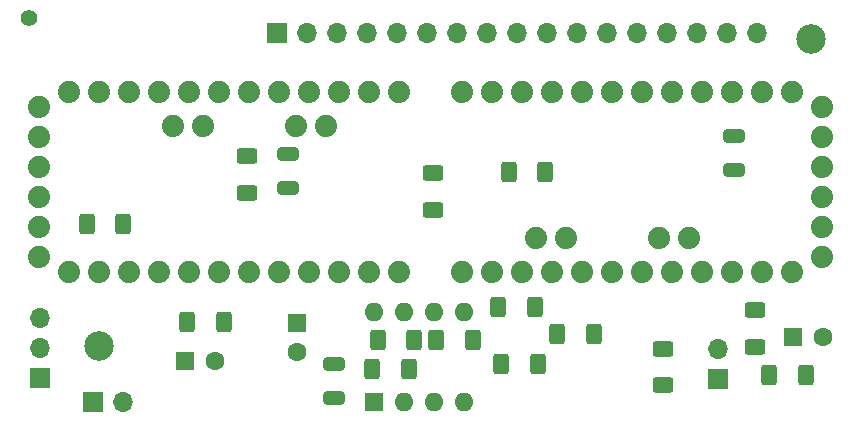
<source format=gbr>
%TF.GenerationSoftware,KiCad,Pcbnew,7.0.2*%
%TF.CreationDate,2023-05-22T23:48:16+02:00*%
%TF.ProjectId,ToneLighter,546f6e65-4c69-4676-9874-65722e6b6963,rev?*%
%TF.SameCoordinates,Original*%
%TF.FileFunction,Soldermask,Bot*%
%TF.FilePolarity,Negative*%
%FSLAX46Y46*%
G04 Gerber Fmt 4.6, Leading zero omitted, Abs format (unit mm)*
G04 Created by KiCad (PCBNEW 7.0.2) date 2023-05-22 23:48:16*
%MOMM*%
%LPD*%
G01*
G04 APERTURE LIST*
G04 Aperture macros list*
%AMRoundRect*
0 Rectangle with rounded corners*
0 $1 Rounding radius*
0 $2 $3 $4 $5 $6 $7 $8 $9 X,Y pos of 4 corners*
0 Add a 4 corners polygon primitive as box body*
4,1,4,$2,$3,$4,$5,$6,$7,$8,$9,$2,$3,0*
0 Add four circle primitives for the rounded corners*
1,1,$1+$1,$2,$3*
1,1,$1+$1,$4,$5*
1,1,$1+$1,$6,$7*
1,1,$1+$1,$8,$9*
0 Add four rect primitives between the rounded corners*
20,1,$1+$1,$2,$3,$4,$5,0*
20,1,$1+$1,$4,$5,$6,$7,0*
20,1,$1+$1,$6,$7,$8,$9,0*
20,1,$1+$1,$8,$9,$2,$3,0*%
G04 Aperture macros list end*
%ADD10R,1.600000X1.600000*%
%ADD11C,1.600000*%
%ADD12C,2.500000*%
%ADD13C,1.879600*%
%ADD14O,1.600000X1.600000*%
%ADD15RoundRect,0.250000X0.625000X-0.400000X0.625000X0.400000X-0.625000X0.400000X-0.625000X-0.400000X0*%
%ADD16RoundRect,0.250000X0.400000X0.625000X-0.400000X0.625000X-0.400000X-0.625000X0.400000X-0.625000X0*%
%ADD17RoundRect,0.250000X-0.400000X-0.625000X0.400000X-0.625000X0.400000X0.625000X-0.400000X0.625000X0*%
%ADD18R,1.700000X1.700000*%
%ADD19O,1.700000X1.700000*%
%ADD20C,1.400000*%
%ADD21RoundRect,0.250000X0.650000X-0.325000X0.650000X0.325000X-0.650000X0.325000X-0.650000X-0.325000X0*%
%ADD22RoundRect,0.250000X-0.650000X0.325000X-0.650000X-0.325000X0.650000X-0.325000X0.650000X0.325000X0*%
G04 APERTURE END LIST*
D10*
%TO.C,C2*%
X82500000Y-64750000D03*
D11*
X85000000Y-64750000D03*
%TD*%
D12*
%TO.C,REF\u002A\u002A*%
X135500000Y-37500000D03*
%TD*%
%TO.C,REF\u002A\u002A*%
X75250000Y-63500000D03*
%TD*%
D13*
%TO.C,U3*%
X136463000Y-56021000D03*
X136463000Y-53481000D03*
X136463000Y-50941000D03*
X136463000Y-48401000D03*
X136463000Y-45861000D03*
X136463000Y-43321000D03*
X122620000Y-54370000D03*
X125160000Y-54370000D03*
X114746000Y-54370000D03*
X112206000Y-54370000D03*
X133923000Y-57291000D03*
X131383000Y-57291000D03*
X128843000Y-57291000D03*
X126303000Y-57291000D03*
X123763000Y-57291000D03*
X121223000Y-57291000D03*
X118683000Y-57291000D03*
X116143000Y-57291000D03*
X113603000Y-57291000D03*
X111063000Y-57291000D03*
X108523000Y-57291000D03*
X105983000Y-57291000D03*
X105983000Y-42051000D03*
X108523000Y-42051000D03*
X111063000Y-42051000D03*
X113603000Y-42051000D03*
X116143000Y-42051000D03*
X118683000Y-42051000D03*
X121223000Y-42051000D03*
X123763000Y-42051000D03*
X126303000Y-42051000D03*
X128843000Y-42051000D03*
X131383000Y-42051000D03*
X133923000Y-42051000D03*
%TD*%
%TO.C,U2*%
X72710000Y-57240000D03*
X75250000Y-57240000D03*
X77790000Y-57240000D03*
X80330000Y-57240000D03*
X82870000Y-57240000D03*
X85410000Y-57240000D03*
X87950000Y-57240000D03*
X90490000Y-57240000D03*
X93030000Y-57240000D03*
X95570000Y-57240000D03*
X98110000Y-57240000D03*
X100650000Y-57240000D03*
X100650000Y-42000000D03*
X98110000Y-42000000D03*
X95570000Y-42000000D03*
X93030000Y-42000000D03*
X90490000Y-42000000D03*
X87950000Y-42000000D03*
X85410000Y-42000000D03*
X82870000Y-42000000D03*
X80330000Y-42000000D03*
X77790000Y-42000000D03*
X75250000Y-42000000D03*
X72710000Y-42000000D03*
X94427000Y-44921000D03*
X91887000Y-44921000D03*
X81473000Y-44921000D03*
X84013000Y-44921000D03*
X70170000Y-55970000D03*
X70170000Y-53430000D03*
X70170000Y-50890000D03*
X70170000Y-48350000D03*
X70170000Y-45810000D03*
X70170000Y-43270000D03*
%TD*%
D10*
%TO.C,U1*%
X98480000Y-68250000D03*
D14*
X101020000Y-68250000D03*
X103560000Y-68250000D03*
X106100000Y-68250000D03*
X106100000Y-60630000D03*
X103560000Y-60630000D03*
X101020000Y-60630000D03*
X98480000Y-60630000D03*
%TD*%
D15*
%TO.C,R15*%
X103523000Y-51971000D03*
X103523000Y-48871000D03*
%TD*%
D16*
%TO.C,R14*%
X113000000Y-48750000D03*
X109900000Y-48750000D03*
%TD*%
D15*
%TO.C,R13*%
X123000000Y-66850000D03*
X123000000Y-63750000D03*
%TD*%
D16*
%TO.C,R11*%
X106850000Y-63000000D03*
X103750000Y-63000000D03*
%TD*%
%TO.C,R10*%
X101900000Y-63000000D03*
X98800000Y-63000000D03*
%TD*%
%TO.C,R9*%
X101450000Y-65500000D03*
X98350000Y-65500000D03*
%TD*%
%TO.C,R8*%
X117100000Y-62500000D03*
X114000000Y-62500000D03*
%TD*%
%TO.C,R7*%
X112100000Y-60250000D03*
X109000000Y-60250000D03*
%TD*%
D15*
%TO.C,R6*%
X87723000Y-50521000D03*
X87723000Y-47421000D03*
%TD*%
D16*
%TO.C,R5*%
X112350000Y-65000000D03*
X109250000Y-65000000D03*
%TD*%
%TO.C,R4*%
X77273000Y-53171000D03*
X74173000Y-53171000D03*
%TD*%
D17*
%TO.C,R3*%
X135050000Y-66000000D03*
X131950000Y-66000000D03*
%TD*%
D15*
%TO.C,R2*%
X130750000Y-63600000D03*
X130750000Y-60500000D03*
%TD*%
D16*
%TO.C,R1*%
X85800000Y-61500000D03*
X82700000Y-61500000D03*
%TD*%
D18*
%TO.C,J5*%
X90270000Y-37000000D03*
D19*
X92810000Y-37000000D03*
X95350000Y-37000000D03*
X97890000Y-37000000D03*
X100430000Y-37000000D03*
X102970000Y-37000000D03*
X105510000Y-37000000D03*
X108050000Y-37000000D03*
X110590000Y-37000000D03*
X113130000Y-37000000D03*
X115670000Y-37000000D03*
X118210000Y-37000000D03*
X120750000Y-37000000D03*
X123290000Y-37000000D03*
X125830000Y-37000000D03*
X128370000Y-37000000D03*
X130910000Y-37000000D03*
%TD*%
D20*
%TO.C,J4*%
X69250000Y-35750000D03*
%TD*%
D18*
%TO.C,J3*%
X127600000Y-66275000D03*
D19*
X127600000Y-63735000D03*
%TD*%
D18*
%TO.C,J2*%
X70223000Y-66196000D03*
D19*
X70223000Y-63656000D03*
X70223000Y-61116000D03*
%TD*%
D18*
%TO.C,J1*%
X74710000Y-68250000D03*
D19*
X77250000Y-68250000D03*
%TD*%
D21*
%TO.C,C7*%
X129000000Y-48646000D03*
X129000000Y-45696000D03*
%TD*%
D22*
%TO.C,C5*%
X91223000Y-47221000D03*
X91223000Y-50171000D03*
%TD*%
D21*
%TO.C,C4*%
X95100000Y-65000000D03*
X95100000Y-67950000D03*
%TD*%
D10*
%TO.C,C3*%
X134000000Y-62750000D03*
D11*
X136500000Y-62750000D03*
%TD*%
D10*
%TO.C,C1*%
X92000000Y-61544888D03*
D11*
X92000000Y-64044888D03*
%TD*%
M02*

</source>
